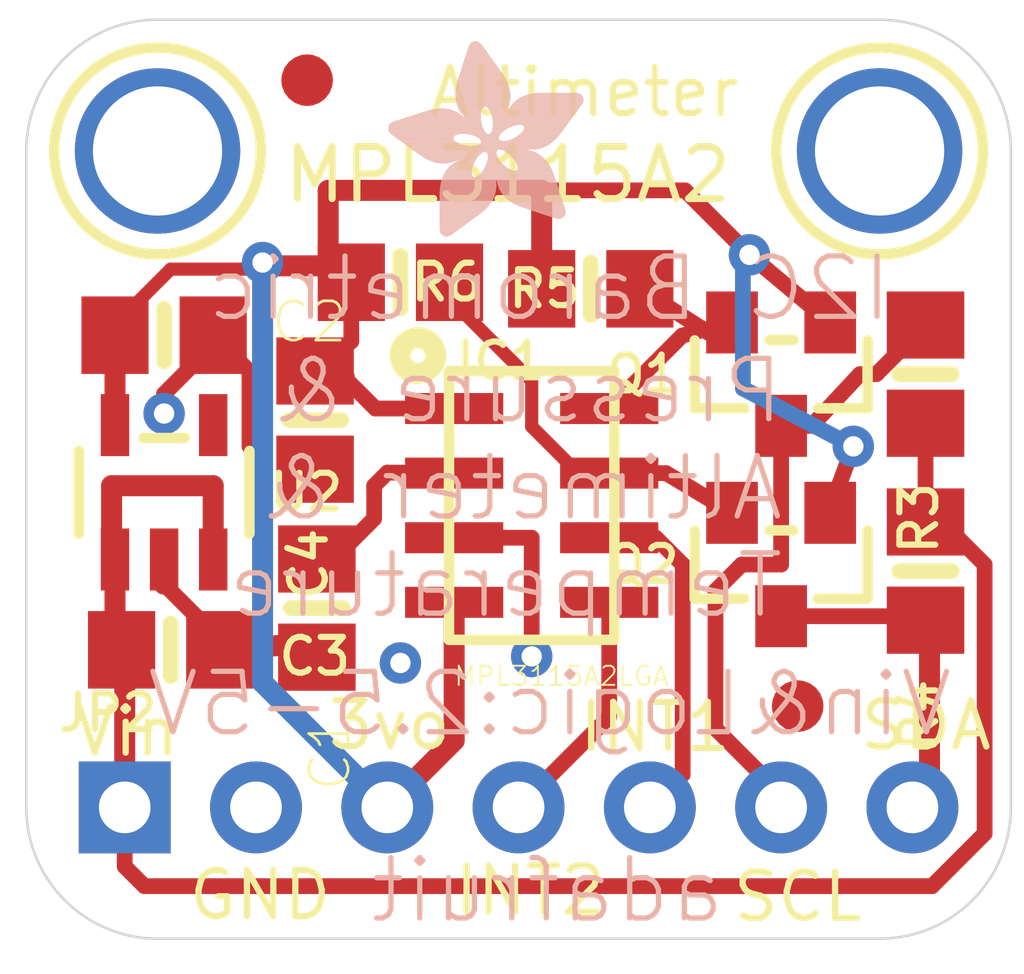
<source format=kicad_pcb>
(kicad_pcb (version 20211014) (generator pcbnew)
  (layers (0 "F.Cu" signal) (31 "B.Cu" signal) (34 "B.Paste" user) (35 "F.Paste" user) (36 "B.SilkS" user "B.Silkscreen") (37 "F.SilkS" user "F.Silkscreen") (38 "B.Mask" user) (39 "F.Mask" user) (44 "Edge.Cuts" user))
  (net 0 "")
  (net 1 "GND")
  (net 2 "CAP")
  (net 3 "INT2")
  (net 4 "INT1")
  (net 5 "SDA_3.3V")
  (net 6 "SCL_3.3V")
  (net 7 "SDA_5.0V")
  (net 8 "SCL_5.0V")
  (net 9 "+3V3")
  (net 10 "+5V")
  (footprint "boardEagle:0805-NO" (layer "F.Cu") (at 156.3751 102.9716 -90)
    (fp_text reference "R3" (at 2.032 0.127 90) (layer "F.SilkS") (effects (font (size 0.692831 0.692831) (thickness 0.119969)) (justify right)))
    (fp_text value "10K")
    (pad "1" smd rect (at -0.95 0 270) (size 1.3 1.5) (layers "F.Cu" "F.Paste" "F.Mask") (net 8 "SCL_5.0V"))
    (pad "2" smd rect (at 0.95 0 270) (size 1.3 1.5) (layers "F.Cu" "F.Paste" "F.Mask") (net 10 "+5V"))
  )
  (footprint "boardEagle:MOUNTINGHOLE_2.5_PLATED" (layer "F.Cu") (at 141.5161 98.6536)
    (fp_text reference "U$8" hide)
    (fp_text value "MOUNTINGHOLE2.5" hide)
    (pad "P$1" thru_hole circle (at 0 0) (size 3.2 3.2) (drill 2.5) (layers *.Cu *.Mask))
  )
  (footprint "boardEagle:0805-NO" (layer "F.Cu") (at 141.7701 108.3056)
    (fp_text reference "C3" (at 2.032 0.127) (layer "F.SilkS") (effects (font (size 0.692831 0.692831) (thickness 0.119969)) (justify left)))
    (fp_text value "10uF")
    (pad "1" smd rect (at -0.95 0) (size 1.3 1.5) (layers "F.Cu" "F.Paste" "F.Mask") (net 10 "+5V"))
    (pad "2" smd rect (at 0.95 0) (size 1.3 1.5) (layers "F.Cu" "F.Paste" "F.Mask") (net 1 "GND"))
  )
  (footprint "boardEagle:LGA8" (layer "F.Cu") (at 148.7551 105.5116)
    (fp_text reference "IC1" (at -1.524 -2.794) (layer "F.SilkS") (effects (font (size 0.692831 0.692831) (thickness 0.119969)) (justify left)))
    (fp_text value "MPL3115A2LGA" (at -1.524 3.302) (layer "F.SilkS") (effects (font (size 0.369824 0.369824) (thickness 0.036576)) (justify left)))
    (pad "P$1" smd rect (at -1.5 -1.875) (size 1.9 0.6) (layers "F.Cu" "F.Paste" "F.Mask") (net 9 "+3V3"))
    (pad "P$2" smd rect (at -1.5 -0.625) (size 1.9 0.6) (layers "F.Cu" "F.Paste" "F.Mask") (net 2 "CAP"))
    (pad "P$3" smd rect (at -1.5 0.625) (size 1.9 0.6) (layers "F.Cu" "F.Paste" "F.Mask") (net 1 "GND"))
    (pad "P$4" smd rect (at -1.5 1.875) (size 1.9 0.6) (layers "F.Cu" "F.Paste" "F.Mask") (net 9 "+3V3"))
    (pad "P$5" smd rect (at 1.5 1.875) (size 1.9 0.6) (layers "F.Cu" "F.Paste" "F.Mask") (net 3 "INT2"))
    (pad "P$6" smd rect (at 1.5 0.625) (size 1.9 0.6) (layers "F.Cu" "F.Paste" "F.Mask") (net 4 "INT1"))
    (pad "P$7" smd rect (at 1.5 -0.625) (size 1.9 0.6) (layers "F.Cu" "F.Paste" "F.Mask") (net 5 "SDA_3.3V"))
    (pad "P$8" smd rect (at 1.5 -1.875) (size 1.9 0.6) (layers "F.Cu" "F.Paste" "F.Mask") (net 6 "SCL_3.3V"))
  )
  (footprint "boardEagle:FIDUCIAL_1MM" (layer "F.Cu") (at 144.4101 97.2836)
    (fp_text reference "FID2" hide)
    (fp_text value "FIDUCIAL\"\"" hide)
    (pad "1" smd roundrect (at 0 0) (size 1 1) (layers "F.Cu" "F.Mask") (roundrect_rratio 0.5))
  )
  (footprint "boardEagle:0805-NO" (layer "F.Cu") (at 156.3751 106.7816 -90)
    (fp_text reference "R4" (at 2.032 0.127 90) (layer "F.SilkS") (effects (font (size 0.692831 0.692831) (thickness 0.119969)) (justify right)))
    (fp_text value "10K")
    (pad "1" smd rect (at -0.95 0 270) (size 1.3 1.5) (layers "F.Cu" "F.Paste" "F.Mask") (net 10 "+5V"))
    (pad "2" smd rect (at 0.95 0 270) (size 1.3 1.5) (layers "F.Cu" "F.Paste" "F.Mask") (net 7 "SDA_5.0V"))
  )
  (footprint "boardEagle:FIDUCIAL_1MM" (layer "F.Cu") (at 153.9011 109.3936)
    (fp_text reference "FID1" hide)
    (fp_text value "FIDUCIAL\"\"" hide)
    (pad "1" smd roundrect (at 0 0) (size 1 1) (layers "F.Cu" "F.Mask") (roundrect_rratio 0.5))
  )
  (footprint "boardEagle:SOT23-WIDE" (layer "F.Cu") (at 153.5811 106.6546 180)
    (fp_text reference "Q2" (at 1.905 0) (layer "F.SilkS") (effects (font (size 0.692831 0.692831) (thickness 0.119969)) (justify right)))
    (fp_text value "BSS138")
    (pad "1" smd rect (at -0.95 1 180) (size 1 1.2) (layers "F.Cu" "F.Paste" "F.Mask") (net 9 "+3V3"))
    (pad "2" smd rect (at 0.95 1 180) (size 1 1.2) (layers "F.Cu" "F.Paste" "F.Mask") (net 5 "SDA_3.3V"))
    (pad "3" smd rect (at 0 -1 180) (size 1 1.2) (layers "F.Cu" "F.Paste" "F.Mask") (net 7 "SDA_5.0V"))
  )
  (footprint "boardEagle:1X07_ROUND_70" (layer "F.Cu") (at 148.5011 111.3536)
    (fp_text reference "JP2" (at -8.9662 -1.8288) (layer "F.SilkS") (effects (font (size 0.692831 0.692831) (thickness 0.119969)) (justify left)))
    (fp_text value "")
    (pad "1" thru_hole rect (at -7.62 0 90) (size 1.778 1.778) (drill 1) (layers *.Cu *.Mask) (net 10 "+5V"))
    (pad "2" thru_hole circle (at -5.08 0 90) (size 1.778 1.778) (drill 1) (layers *.Cu *.Mask) (net 1 "GND"))
    (pad "3" thru_hole circle (at -2.54 0 90) (size 1.778 1.778) (drill 1) (layers *.Cu *.Mask) (net 9 "+3V3"))
    (pad "4" thru_hole circle (at 0 0 90) (size 1.778 1.778) (drill 1) (layers *.Cu *.Mask) (net 3 "INT2"))
    (pad "5" thru_hole circle (at 2.54 0 90) (size 1.778 1.778) (drill 1) (layers *.Cu *.Mask) (net 4 "INT1"))
    (pad "6" thru_hole circle (at 5.08 0 90) (size 1.778 1.778) (drill 1) (layers *.Cu *.Mask) (net 8 "SCL_5.0V"))
    (pad "7" thru_hole circle (at 7.62 0 90) (size 1.778 1.778) (drill 1) (layers *.Cu *.Mask) (net 7 "SDA_5.0V"))
  )
  (footprint "boardEagle:0805-NO" (layer "F.Cu") (at 144.5641 103.8606 -90)
    (fp_text reference "C4" (at 2.032 0.127 90) (layer "F.SilkS") (effects (font (size 0.692831 0.692831) (thickness 0.119969)) (justify right)))
    (fp_text value "10uF")
    (pad "1" smd rect (at -0.95 0 270) (size 1.3 1.5) (layers "F.Cu" "F.Paste" "F.Mask") (net 9 "+3V3"))
    (pad "2" smd rect (at 0.95 0 270) (size 1.3 1.5) (layers "F.Cu" "F.Paste" "F.Mask") (net 1 "GND"))
  )
  (footprint "boardEagle:MOUNTINGHOLE_2.5_PLATED" (layer "F.Cu") (at 155.4861 98.6536)
    (fp_text reference "U$9" hide)
    (fp_text value "MOUNTINGHOLE2.5" hide)
    (pad "P$1" thru_hole circle (at 0 0) (size 3.2 3.2) (drill 2.5) (layers *.Cu *.Mask))
  )
  (footprint "boardEagle:0805-NO" (layer "F.Cu") (at 149.8981 101.3206 180)
    (fp_text reference "R6" (at 2.032 0.127) (layer "F.SilkS") (effects (font (size 0.692831 0.692831) (thickness 0.119969)) (justify right)))
    (fp_text value "10K")
    (pad "1" smd rect (at -0.95 0 180) (size 1.3 1.5) (layers "F.Cu" "F.Paste" "F.Mask") (net 6 "SCL_3.3V"))
    (pad "2" smd rect (at 0.95 0 180) (size 1.3 1.5) (layers "F.Cu" "F.Paste" "F.Mask") (net 9 "+3V3"))
  )
  (footprint "boardEagle:SOT23-WIDE" (layer "F.Cu") (at 153.5811 102.9716 180)
    (fp_text reference "Q1" (at 1.905 0) (layer "F.SilkS") (effects (font (size 0.692831 0.692831) (thickness 0.119969)) (justify right)))
    (fp_text value "BSS138")
    (pad "1" smd rect (at -0.95 1 180) (size 1 1.2) (layers "F.Cu" "F.Paste" "F.Mask") (net 9 "+3V3"))
    (pad "2" smd rect (at 0.95 1 180) (size 1 1.2) (layers "F.Cu" "F.Paste" "F.Mask") (net 6 "SCL_3.3V"))
    (pad "3" smd rect (at 0 -1 180) (size 1 1.2) (layers "F.Cu" "F.Paste" "F.Mask") (net 8 "SCL_5.0V"))
  )
  (footprint "boardEagle:0805-NO" (layer "F.Cu") (at 141.6431 102.2176)
    (fp_text reference "C2" (at 2.032 -0.254) (layer "F.SilkS") (effects (font (size 0.75948 0.75948) (thickness 0.05332)) (justify left)))
    (fp_text value "0.1µF")
    (pad "1" smd rect (at -0.95 0) (size 1.3 1.5) (layers "F.Cu" "F.Paste" "F.Mask") (net 9 "+3V3"))
    (pad "2" smd rect (at 0.95 0) (size 1.3 1.5) (layers "F.Cu" "F.Paste" "F.Mask") (net 1 "GND"))
  )
  (footprint "boardEagle:SOT23-5" (layer "F.Cu") (at 141.6431 105.2576)
    (fp_text reference "U2" (at 1.978 0) (layer "F.SilkS") (effects (font (size 0.692831 0.692831) (thickness 0.119969)) (justify left)))
    (fp_text value "MIC5225-3.3")
    (pad "1" smd rect (at -0.95 1.3001) (size 0.55 1.2) (layers "F.Cu" "F.Paste" "F.Mask") (net 10 "+5V"))
    (pad "2" smd rect (at 0 1.3001) (size 0.55 1.2) (layers "F.Cu" "F.Paste" "F.Mask") (net 1 "GND"))
    (pad "3" smd rect (at 0.95 1.3001) (size 0.55 1.2) (layers "F.Cu" "F.Paste" "F.Mask") (net 10 "+5V"))
    (pad "4" smd rect (at 0.95 -1.3001) (size 0.55 1.2) (layers "F.Cu" "F.Paste" "F.Mask"))
    (pad "5" smd rect (at -0.95 -1.3001) (size 0.55 1.2) (layers "F.Cu" "F.Paste" "F.Mask") (net 9 "+3V3"))
  )
  (footprint "boardEagle:0805-NO" (layer "F.Cu") (at 144.5991 107.4976 -90)
    (fp_text reference "C1" (at 2.032 -0.254 90) (layer "F.SilkS") (effects (font (size 0.75948 0.75948) (thickness 0.05332)) (justify right)))
    (fp_text value "0.1µF")
    (pad "1" smd rect (at -0.95 0 270) (size 1.3 1.5) (layers "F.Cu" "F.Paste" "F.Mask") (net 2 "CAP"))
    (pad "2" smd rect (at 0.95 0 270) (size 1.3 1.5) (layers "F.Cu" "F.Paste" "F.Mask") (net 1 "GND"))
  )
  (footprint "boardEagle:0805-NO" (layer "F.Cu") (at 146.2151 101.1936)
    (fp_text reference "R5" (at 2.032 0.127) (layer "F.SilkS") (effects (font (size 0.692831 0.692831) (thickness 0.119969)) (justify left)))
    (fp_text value "10K")
    (pad "1" smd rect (at -0.95 0) (size 1.3 1.5) (layers "F.Cu" "F.Paste" "F.Mask") (net 9 "+3V3"))
    (pad "2" smd rect (at 0.95 0) (size 1.3 1.5) (layers "F.Cu" "F.Paste" "F.Mask") (net 5 "SDA_3.3V"))
  )
  (footprint "boardEagle:ADAFRUIT_3.5MM" (layer "B.Cu") (at 149.7761 100.3266 180)
    (fp_text reference "U$14" hide)
    (fp_text value "" hide)
  )
  (gr_arc (start 138.9761 98.6536) (mid 139.720049 96.857549) (end 141.5161 96.1136) (layer "Edge.Cuts") (width 0.05))
  (gr_line (start 141.5161 96.1136) (end 155.4861 96.1136) (layer "Edge.Cuts") (width 0.05))
  (gr_arc (start 141.5161 113.8936) (mid 139.720049 113.149651) (end 138.9761 111.3536) (layer "Edge.Cuts") (width 0.05))
  (gr_arc (start 158.0261 111.3536) (mid 157.282151 113.149651) (end 155.4861 113.8936) (layer "Edge.Cuts") (width 0.05))
  (gr_line (start 158.0261 98.6536) (end 158.0261 111.3536) (layer "Edge.Cuts") (width 0.05))
  (gr_line (start 155.4861 113.8936) (end 141.5161 113.8936) (layer "Edge.Cuts") (width 0.05))
  (gr_line (start 138.9761 111.3536) (end 138.9761 98.6536) (layer "Edge.Cuts") (width 0.05))
  (gr_arc (start 155.4861 96.1136) (mid 157.282151 96.857549) (end 158.0261 98.6536) (layer "Edge.Cuts") (width 0.05))
  (gr_text "Vin&Logic:2.5-5V" (at 156.9591 110.0376) (layer "B.SilkS") (effects (font (size 1.1684 1.1684) (thickness 0.1016)) (justify left bottom mirror)))
  (gr_text "I2C Barometric" (at 155.7811 102.0016) (layer "B.SilkS") (effects (font (size 1.1684 1.1684) (thickness 0.1016)) (justify left bottom mirror)))
  (gr_text "Pressure & \nAltimeter &\nTemperature" (at 153.6871 107.7436) (layer "B.SilkS") (effects (font (size 1.1684 1.1684) (thickness 0.1016)) (justify left bottom mirror)))
  (gr_text "adafruit" (at 152.5541 113.6416) (layer "B.SilkS") (effects (font (size 1.1684 1.1684) (thickness 0.1016)) (justify left bottom mirror)))
  (gr_text "3vo" (at 146.0011 109.7586) (layer "F.SilkS") (effects (font (size 0.89408 0.89408) (thickness 0.12192))))
  (gr_text "INT1" (at 151.1411 109.7986) (layer "F.SilkS") (effects (font (size 0.89408 0.89408) (thickness 0.12192))))
  (gr_text "Vin" (at 140.9211 109.8856) (layer "F.SilkS") (effects (font (size 0.89408 0.89408) (thickness 0.12192))))
  (gr_text "SCL" (at 153.9011 113.0806) (layer "F.SilkS") (effects (font (size 0.89408 0.89408) (thickness 0.12192))))
  (gr_text "SDA" (at 156.3811 109.7676) (layer "F.SilkS") (effects (font (size 0.89408 0.89408) (thickness 0.12192))))
  (gr_text "GND" (at 143.5011 113.0496) (layer "F.SilkS") (effects (font (size 0.89408 0.89408) (thickness 0.12192))))
  (gr_text "MPL3115A2" (at 143.8941 99.7046) (layer "F.SilkS") (effects (font (size 1.00584 1.00584) (thickness 0.13716)) (justify left bottom)))
  (gr_text "Altimeter" (at 149.7711 97.5106) (layer "F.SilkS") (effects (font (size 0.89408 0.89408) (thickness 0.12192))))
  (gr_text "INT2" (at 148.7301 112.9626) (layer "F.SilkS") (effects (font (size 0.89408 0.89408) (thickness 0.12192))))
  (segment (start 143.2941 102.9186) (end 143.2941 104.3686) (width 0.3048) (layer "F.Cu") (net 1))
  (segment (start 148.7551 106.1366) (end 148.7551 108.4326) (width 0.3048) (layer "F.Cu") (net 1))
  (segment (start 142.5931 102.2176) (end 143.2941 102.9186) (width 0.3048) (layer "F.Cu") (net 1))
  (segment (start 142.7201 108.3056) (end 144.4571 108.1786) (width 0.4064) (layer "F.Cu") (net 1))
  (segment (start 142.4051 107.7976) (end 142.4051 107.9906) (width 0.4064) (layer "F.Cu") (net 1))
  (segment (start 141.6431 103.7336) (end 141.6431 103.3526) (width 0.3048) (layer "F.Cu") (net 1))
  (segment (start 147.2551 106.1366) (end 148.7551 106.1366) (width 0.3048) (layer "F.Cu") (net 1))
  (segment (start 142.4051 107.9906) (end 142.7201 108.3056) (width 0.4064) (layer "F.Cu") (net 1))
  (segment (start 142.1511 102.6596) (end 142.5931 102.2176) (width 0.3048) (layer "F.Cu") (net 1))
  (segment (start 141.6431 106.5577) (end 141.6431 107.0356) (width 0.4064) (layer "F.Cu") (net 1))
  (segment (start 141.6431 107.0356) (end 142.4051 107.7976) (width 0.3048) (layer "F.Cu") (net 1))
  (segment (start 144.4571 108.1786) (end 144.5991 108.4476) (width 0.4064) (layer "F.Cu") (net 1))
  (segment (start 142.7941 102.2176) (end 142.5931 102.2176) (width 0.254) (layer "F.Cu") (net 1))
  (segment (start 141.6431 103.3526) (end 142.1511 102.8446) (width 0.3048) (layer "F.Cu") (net 1))
  (segment (start 142.1511 102.8446) (end 142.1511 102.6596) (width 0.3048) (layer "F.Cu") (net 1))
  (via (at 146.2151 108.5596) (size 0.8001) (drill 0.3937) (layers "F.Cu" "B.Cu") (net 1))
  (via (at 141.6431 103.7336) (size 0.8001) (drill 0.3937) (layers "F.Cu" "B.Cu") (net 1))
  (via (at 148.7551 108.4326) (size 0.8001) (drill 0.3937) (layers "F.Cu" "B.Cu") (net 1))
  (segment (start 148.7551 108.4326) (end 148.7551 108.6866) (width 0.3048) (layer "B.Cu") (net 1))
  (segment (start 145.7071 105.7656) (end 145.7071 105.1306) (width 0.3048) (layer "F.Cu") (net 2))
  (segment (start 145.9611 104.8766) (end 146.4691 104.8766) (width 0.3048) (layer "F.Cu") (net 2))
  (segment (start 147.2451 104.8766) (end 147.2551 104.8866) (width 0.254) (layer "F.Cu") (net 2))
  (segment (start 144.9251 106.5476) (end 145.7071 105.7656) (width 0.3048) (layer "F.Cu") (net 2))
  (segment (start 145.7071 105.1306) (end 145.9611 104.8766) (width 0.3048) (layer "F.Cu") (net 2))
  (segment (start 144.7981 106.5476) (end 144.9251 106.5476) (width 0.3048) (layer "F.Cu") (net 2))
  (segment (start 146.4691 104.8766) (end 147.2451 104.8766) (width 0.254) (layer "F.Cu") (net 2))
  (segment (start 144.5991 106.5476) (end 144.7981 106.5476) (width 0.254) (layer "F.Cu") (net 2))
  (segment (start 150.2551 109.5996) (end 148.5011 111.3536) (width 0.3048) (layer "F.Cu") (net 3))
  (segment (start 150.2551 107.3866) (end 150.2551 109.5996) (width 0.3048) (layer "F.Cu") (net 3))
  (segment (start 150.2551 106.1366) (end 151.1581 106.1366) (width 0.3048) (layer "F.Cu") (net 4))
  (segment (start 151.1581 106.1366) (end 151.6761 106.6546) (width 0.3048) (layer "F.Cu") (net 4))
  (segment (start 151.6761 110.7186) (end 151.0411 111.3536) (width 0.3048) (layer "F.Cu") (net 4))
  (segment (start 151.6761 106.6546) (end 151.6761 110.7186) (width 0.3048) (layer "F.Cu") (net 4))
  (segment (start 148.7551 103.9876) (end 149.6541 104.8866) (width 0.254) (layer "F.Cu") (net 5))
  (segment (start 149.6541 104.8866) (end 150.2551 104.8866) (width 0.254) (layer "F.Cu") (net 5))
  (segment (start 147.1651 101.1936) (end 146.9771 101.3206) (width 0.254) (layer "F.Cu") (net 5))
  (segment (start 146.9771 101.3206) (end 148.7551 103.0986) (width 0.254) (layer "F.Cu") (net 5))
  (segment (start 150.2551 104.8866) (end 151.3551 104.8866) (width 0.3048) (layer "F.Cu") (net 5))
  (segment (start 151.3551 104.8866) (end 152.6311 105.6546) (width 0.3048) (layer "F.Cu") (net 5))
  (segment (start 148.7551 103.0986) (end 148.7551 103.9876) (width 0.254) (layer "F.Cu") (net 5))
  (segment (start 150.2551 103.6366) (end 151.6661 102.2256) (width 0.3048) (layer "F.Cu") (net 6))
  (segment (start 150.8481 101.3206) (end 152.2611 102.2256) (width 0.3048) (layer "F.Cu") (net 6))
  (segment (start 151.6661 102.2256) (end 152.6311 101.9716) (width 0.3048) (layer "F.Cu") (net 6))
  (segment (start 152.2611 102.2256) (end 152.6311 101.9716) (width 0.3048) (layer "F.Cu") (net 6))
  (segment (start 156.4521 111.0226) (end 156.1211 111.3536) (width 0.4064) (layer "F.Cu") (net 7))
  (segment (start 156.4521 107.6546) (end 156.3751 107.7316) (width 0.3048) (layer "F.Cu") (net 7))
  (segment (start 153.5811 107.6546) (end 156.4521 107.6546) (width 0.3048) (layer "F.Cu") (net 7))
  (segment (start 156.4521 107.6546) (end 156.4521 111.0226) (width 0.4064) (layer "F.Cu") (net 7))
  (segment (start 152.3111 107.1626) (end 152.3111 109.8296) (width 0.3048) (layer "F.Cu") (net 8))
  (segment (start 153.7081 111.2266) (end 153.5811 111.3536) (width 0.3048) (layer "F.Cu") (net 8))
  (segment (start 152.8191 106.6546) (end 152.3111 107.1626) (width 0.3048) (layer "F.Cu") (net 8))
  (segment (start 152.3111 109.8296) (end 153.7081 111.2266) (width 0.3048) (layer "F.Cu") (net 8))
  (segment (start 155.4251 102.9716) (end 156.3751 102.0216) (width 0.3048) (layer "F.Cu") (net 8))
  (segment (start 154.1711 103.9716) (end 155.1051 102.9716) (width 0.3048) (layer "F.Cu") (net 8))
  (segment (start 153.5811 106.6546) (end 152.8191 106.6546) (width 0.3048) (layer "F.Cu") (net 8))
  (segment (start 155.1051 102.9716) (end 155.4251 102.9716) (width 0.3048) (layer "F.Cu") (net 8))
  (segment (start 153.5811 103.9716) (end 154.1711 103.9716) (width 0.3048) (layer "F.Cu") (net 8))
  (segment (start 153.5811 103.9716) (end 153.5811 106.6546) (width 0.3048) (layer "F.Cu") (net 8))
  (segment (start 145.2651 101.1936) (end 145.2651 102.3366) (width 0.3048) (layer "F.Cu") (net 9))
  (segment (start 147.2551 110.0596) (end 147.2551 107.3866) (width 0.4064) (layer "F.Cu") (net 9))
  (segment (start 140.6931 102.2176) (end 140.6931 102.0166) (width 0.254) (layer "F.Cu") (net 9))
  (segment (start 144.8181 99.4156) (end 144.8181 100.6856) (width 0.4064) (layer "F.Cu") (net 9))
  (segment (start 147.2551 110.0596) (end 145.9611 111.3536) (width 0.4064) (layer "F.Cu") (net 9))
  (segment (start 145.1321 103.0376) (end 144.5641 102.9106) (width 0.4064) (layer "F.Cu") (net 9))
  (segment (start 148.9481 101.3206) (end 148.9481 99.4156) (width 0.4064) (layer "F.Cu") (net 9))
  (segment (start 145.7311 103.6366) (end 145.1321 103.0376) (width 0.3048) (layer "F.Cu") (net 9))
  (segment (start 143.5481 100.8126) (end 143.5481 100.8761) (width 0.4064) (layer "F.Cu") (net 9))
  (segment (start 140.6931 102.2176) (end 140.6931 103.9575) (width 0.4064) (layer "F.Cu") (net 9))
  (segment (start 141.7701 100.9396) (end 143.9291 100.9396) (width 0.254) (layer "F.Cu") (net 9))
  (segment (start 147.2551 103.6366) (end 145.7311 103.6366) (width 0.3048) (layer "F.Cu") (net 9))
  (segment (start 144.7546 100.8761) (end 145.3261 100.8126) (width 0.254) (layer "F.Cu") (net 9))
  (segment (start 152.9686 100.6631) (end 151.7211 99.4156) (width 0.3048) (layer "F.Cu") (net 9))
  (segment (start 145.3261 100.8126) (end 145.2651 101.1936) (width 0.254) (layer "F.Cu") (net 9))
  (segment (start 154.5311 101.9716) (end 152.9686 100.6631) (width 0.3048) (layer "F.Cu") (net 9))
  (segment (start 154.5311 105.6546) (end 154.5311 105.5776) (width 0.3048) (layer "F.Cu") (net 9))
  (segment (start 151.7211 99.4156) (end 148.9481 99.4156) (width 0.3048) (layer "F.Cu") (net 9))
  (segment (start 144.8181 100.6856) (end 145.2651 101.1936) (width 0.4064) (layer "F.Cu") (net 9))
  (segment (start 143.5481 100.8761) (end 144.7546 100.8761) (width 0.4064) (layer "F.Cu") (net 9))
  (segment (start 148.9481 99.4156) (end 144.8181 99.4156) (width 0.4064) (layer "F.Cu") (net 9))
  (segment (start 140.6931 102.0166) (end 141.7701 100.9396) (width 0.254) (layer "F.Cu") (net 9))
  (segment (start 143.9291 100.9396) (end 144.7546 100.8761) (width 0.254) (layer "F.Cu") (net 9))
  (segment (start 145.2651 102.3366) (end 144.5641 102.9106) (width 0.3048) (layer "F.Cu") (net 9))
  (segment (start 154.5311 105.5776) (end 154.9781 104.3686) (width 0.3048) (layer "F.Cu") (net 9))
  (via (at 143.5481 100.8126) (size 0.8001) (drill 0.3937) (layers "F.Cu" "B.Cu") (net 9))
  (via (at 154.9781 104.3686) (size 0.8001) (drill 0.3937) (layers "F.Cu" "B.Cu") (net 9))
  (via (at 152.9686 100.6631) (size 0.8001) (drill 0.3937) (layers "F.Cu" "B.Cu") (net 9))
  (segment (start 143.5481 108.9406) (end 143.5481 100.8126) (width 0.4064) (layer "B.Cu") (net 9))
  (segment (start 152.8416 100.5361) (end 152.9686 100.6631) (width 0.3048) (layer "B.Cu") (net 9))
  (segment (start 154.9781 104.3686) (end 152.8416 103.2481) (width 0.3048) (layer "B.Cu") (net 9))
  (segment (start 143.5481 108.9406) (end 145.9611 111.3536) (width 0.4064) (layer "B.Cu") (net 9))
  (segment (start 152.8416 103.2481) (end 152.8416 100.5361) (width 0.3048) (layer "B.Cu") (net 9))
  (segment (start 156.5021 112.8776) (end 141.2621 112.8776) (width 0.3048) (layer "F.Cu") (net 10))
  (segment (start 141.2621 112.8776) (end 140.8811 112.4966) (width 0.3048) (layer "F.Cu") (net 10))
  (segment (start 140.6931 107.7976) (end 140.6931 106.5577) (width 0.4064) (layer "F.Cu") (net 10))
  (segment (start 140.8811 112.4966) (end 140.8811 110.8456) (width 0.3048) (layer "F.Cu") (net 10))
  (segment (start 140.8811 107.9856) (end 140.8201 108.3056) (width 0.4064) (layer "F.Cu") (net 10))
  (segment (start 156.3751 105.8316) (end 156.7561 105.8926) (width 0.3048) (layer "F.Cu") (net 10))
  (segment (start 140.6271 106.1767) (end 140.6931 106.5577) (width 0.4064) (layer "F.Cu") (net 10))
  (segment (start 156.7561 105.8926) (end 157.5181 106.6546) (width 0.3048) (layer "F.Cu") (net 10))
  (segment (start 157.5181 106.6546) (end 157.5181 111.8616) (width 0.3048) (layer "F.Cu") (net 10))
  (segment (start 140.8811 110.8456) (end 140.8811 107.9856) (width 0.4064) (layer "F.Cu") (net 10))
  (segment (start 140.8811 111.3536) (end 140.8811 110.8456) (width 0.4064) (layer "F.Cu") (net 10))
  (segment (start 140.8201 108.3056) (end 140.6931 107.7976) (width 0.4064) (layer "F.Cu") (net 10))
  (segment (start 140.6271 105.1306) (end 140.6271 106.1767) (width 0.4064) (layer "F.Cu") (net 10))
  (segment (start 156.3751 103.9216) (end 156.3751 105.8316) (width 0.3048) (layer "F.Cu") (net 10))
  (segment (start 142.5931 106.5577) (end 142.5931 105.1306) (width 0.4064) (layer "F.Cu") (net 10))
  (segment (start 157.5181 111.8616) (end 156.5021 112.8776) (width 0.3048) (layer "F.Cu") (net 10))
  (segment (start 142.5931 105.1306) (end 140.6271 105.1306) (width 0.4064) (layer "F.Cu") (net 10))
)
</source>
